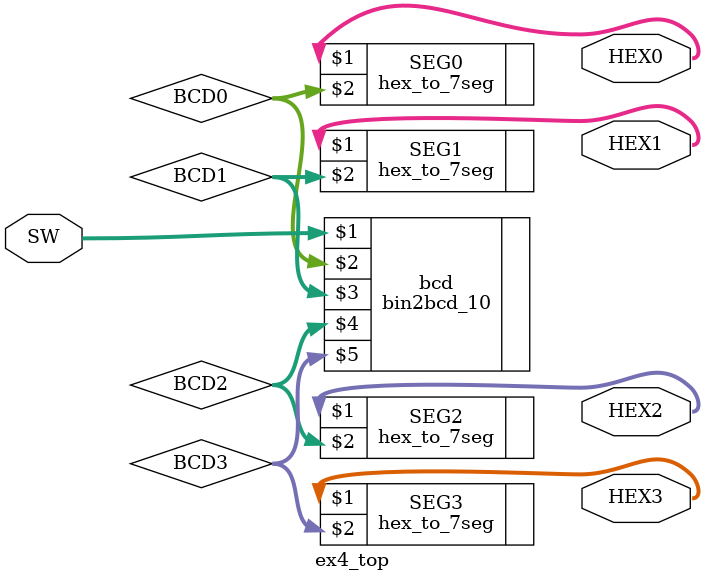
<source format=v>
module ex4_top (SW, HEX0, HEX1, HEX2,HEX3);

input wire [9:0] SW;
output wire [6:0] HEX0,HEX1,HEX2,HEX3;
wire [3:0] BCD0,BCD1,BCD2,BCD3;

bin2bcd_10 bcd (SW,BCD0,BCD1,BCD2,BCD3);

hex_to_7seg SEG0 (HEX0,BCD0);
hex_to_7seg SEG1 (HEX1,BCD1);
hex_to_7seg SEG2 (HEX2,BCD2);
hex_to_7seg SEG3 (HEX3,BCD3);

endmodule


</source>
